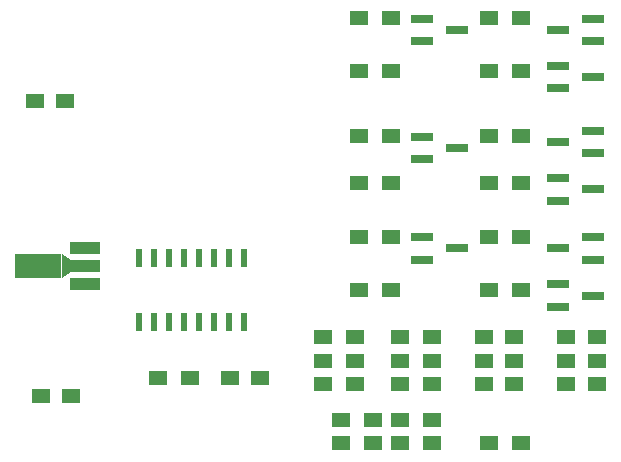
<source format=gtp>
G04 #@! TF.FileFunction,Paste,Top*
%FSLAX46Y46*%
G04 Gerber Fmt 4.6, Leading zero omitted, Abs format (unit mm)*
G04 Created by KiCad (PCBNEW 4.0.7) date 06/23/18 09:52:51*
%MOMM*%
%LPD*%
G01*
G04 APERTURE LIST*
%ADD10C,0.100000*%
%ADD11R,1.500000X1.250000*%
%ADD12R,1.500000X1.300000*%
%ADD13R,1.900000X0.800000*%
%ADD14R,2.500000X1.000000*%
%ADD15R,4.000000X2.000000*%
%ADD16R,0.600000X1.500000*%
G04 APERTURE END LIST*
D10*
D11*
X3750000Y40000000D03*
X6250000Y40000000D03*
X4250000Y15000000D03*
X6750000Y15000000D03*
X20250000Y16500000D03*
X22750000Y16500000D03*
X41750000Y20000000D03*
X44250000Y20000000D03*
X41750000Y18000000D03*
X44250000Y18000000D03*
X41750000Y16000000D03*
X44250000Y16000000D03*
D12*
X34650000Y13000000D03*
X37350000Y13000000D03*
X34650000Y11000000D03*
X37350000Y11000000D03*
D13*
X36500000Y46950000D03*
X36500000Y45050000D03*
X39500000Y46000000D03*
X51000000Y45050000D03*
X51000000Y46950000D03*
X48000000Y46000000D03*
X48000000Y42950000D03*
X48000000Y41050000D03*
X51000000Y42000000D03*
X36500000Y36950000D03*
X36500000Y35050000D03*
X39500000Y36000000D03*
X51000000Y35550000D03*
X51000000Y37450000D03*
X48000000Y36500000D03*
X48000000Y33450000D03*
X48000000Y31550000D03*
X51000000Y32500000D03*
X36500000Y28450000D03*
X36500000Y26550000D03*
X39500000Y27500000D03*
X51000000Y26550000D03*
X51000000Y28450000D03*
X48000000Y27500000D03*
X48000000Y24450000D03*
X48000000Y22550000D03*
X51000000Y23500000D03*
D12*
X33850000Y47000000D03*
X31150000Y47000000D03*
X33850000Y42500000D03*
X31150000Y42500000D03*
X44850000Y42500000D03*
X42150000Y42500000D03*
X44850000Y47000000D03*
X42150000Y47000000D03*
X29650000Y13000000D03*
X32350000Y13000000D03*
X29650000Y11000000D03*
X32350000Y11000000D03*
X33850000Y37000000D03*
X31150000Y37000000D03*
X33850000Y33000000D03*
X31150000Y33000000D03*
X16850000Y16500000D03*
X14150000Y16500000D03*
X44850000Y33000000D03*
X42150000Y33000000D03*
X44850000Y37000000D03*
X42150000Y37000000D03*
X33850000Y28500000D03*
X31150000Y28500000D03*
X33850000Y24000000D03*
X31150000Y24000000D03*
X44850000Y24000000D03*
X42150000Y24000000D03*
X42150000Y11000000D03*
X44850000Y11000000D03*
X44850000Y28500000D03*
X42150000Y28500000D03*
X28150000Y20000000D03*
X30850000Y20000000D03*
X28150000Y18000000D03*
X30850000Y18000000D03*
X28150000Y16000000D03*
X30850000Y16000000D03*
X34650000Y20000000D03*
X37350000Y20000000D03*
X34650000Y18000000D03*
X37350000Y18000000D03*
X34650000Y16000000D03*
X37350000Y16000000D03*
X51350000Y20000000D03*
X48650000Y20000000D03*
X51350000Y18000000D03*
X48650000Y18000000D03*
X51350000Y16000000D03*
X48650000Y16000000D03*
D14*
X7980000Y24500000D03*
X7980000Y26000000D03*
X7980000Y27500000D03*
D15*
X4020000Y26000000D03*
D10*
G36*
X5995000Y27000000D02*
X6745000Y26500000D01*
X6745000Y25500000D01*
X5995000Y25000000D01*
X5995000Y27000000D01*
X5995000Y27000000D01*
G37*
D16*
X12555000Y21300000D03*
X13825000Y21300000D03*
X15095000Y21300000D03*
X16365000Y21300000D03*
X17635000Y21300000D03*
X18905000Y21300000D03*
X20175000Y21300000D03*
X21445000Y21300000D03*
X21445000Y26700000D03*
X20175000Y26700000D03*
X18905000Y26700000D03*
X17635000Y26700000D03*
X16365000Y26700000D03*
X15095000Y26700000D03*
X13825000Y26700000D03*
X12555000Y26700000D03*
M02*

</source>
